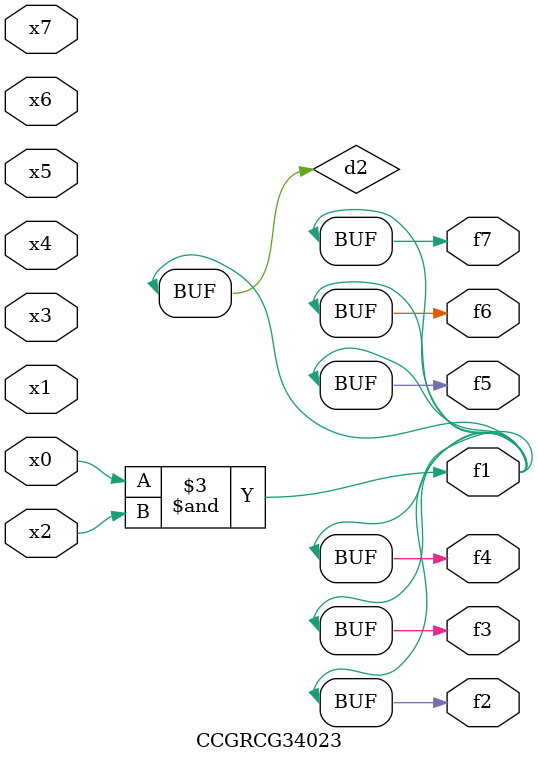
<source format=v>
module CCGRCG34023(
	input x0, x1, x2, x3, x4, x5, x6, x7,
	output f1, f2, f3, f4, f5, f6, f7
);

	wire d1, d2;

	nor (d1, x3, x6);
	and (d2, x0, x2);
	assign f1 = d2;
	assign f2 = d2;
	assign f3 = d2;
	assign f4 = d2;
	assign f5 = d2;
	assign f6 = d2;
	assign f7 = d2;
endmodule

</source>
